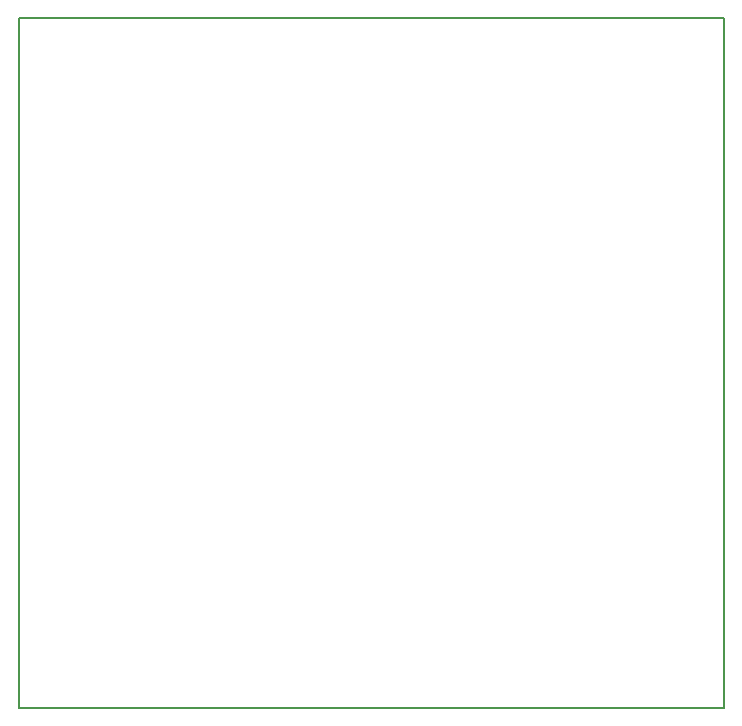
<source format=gbr>
G04 #@! TF.GenerationSoftware,KiCad,Pcbnew,5.0.2*
G04 #@! TF.CreationDate,2019-09-26T12:35:43-03:00*
G04 #@! TF.ProjectId,ControleMix,436f6e74-726f-46c6-954d-69782e6b6963,rev?*
G04 #@! TF.SameCoordinates,Original*
G04 #@! TF.FileFunction,Profile,NP*
%FSLAX46Y46*%
G04 Gerber Fmt 4.6, Leading zero omitted, Abs format (unit mm)*
G04 Created by KiCad (PCBNEW 5.0.2) date qui 26 set 2019 12:35:43 -03*
%MOMM*%
%LPD*%
G01*
G04 APERTURE LIST*
%ADD10C,0.150000*%
G04 APERTURE END LIST*
D10*
X193400000Y-113260000D02*
X193400000Y-54840000D01*
X155300000Y-54840000D02*
X193400000Y-54840000D01*
X133710000Y-54840000D02*
X155300000Y-54840000D01*
X133710000Y-113260000D02*
X193400000Y-113260000D01*
X133710000Y-113260000D02*
X133710000Y-54840000D01*
M02*

</source>
